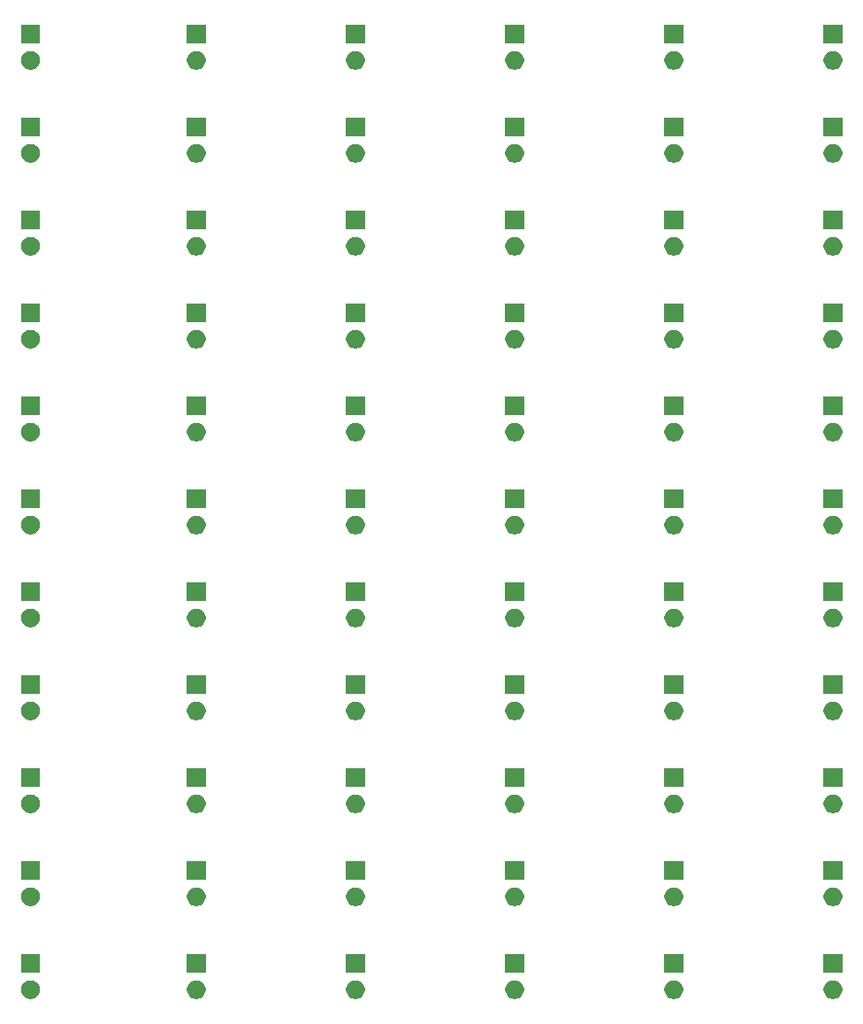
<source format=gbr>
G04 #@! TF.GenerationSoftware,KiCad,Pcbnew,(5.1.5-rc2)*
G04 #@! TF.CreationDate,2020-01-23T18:41:28+08:00*
G04 #@! TF.ProjectId,Untitled,556e7469-746c-4656-942e-6b696361645f,rev?*
G04 #@! TF.SameCoordinates,Original*
G04 #@! TF.FileFunction,Soldermask,Bot*
G04 #@! TF.FilePolarity,Negative*
%FSLAX46Y46*%
G04 Gerber Fmt 4.6, Leading zero omitted, Abs format (unit mm)*
G04 Created by KiCad (PCBNEW (5.1.5-rc2)) date 2020-01-23 18:41:28*
%MOMM*%
%LPD*%
G04 APERTURE LIST*
%ADD10C,0.100000*%
G04 APERTURE END LIST*
D10*
G36*
X185152512Y-149217927D02*
G01*
X185301812Y-149247624D01*
X185465784Y-149315544D01*
X185613354Y-149414147D01*
X185738853Y-149539646D01*
X185837456Y-149687216D01*
X185905376Y-149851188D01*
X185940000Y-150025259D01*
X185940000Y-150202741D01*
X185905376Y-150376812D01*
X185837456Y-150540784D01*
X185738853Y-150688354D01*
X185613354Y-150813853D01*
X185465784Y-150912456D01*
X185301812Y-150980376D01*
X185152512Y-151010073D01*
X185127742Y-151015000D01*
X184950258Y-151015000D01*
X184925488Y-151010073D01*
X184776188Y-150980376D01*
X184612216Y-150912456D01*
X184464646Y-150813853D01*
X184339147Y-150688354D01*
X184240544Y-150540784D01*
X184172624Y-150376812D01*
X184138000Y-150202741D01*
X184138000Y-150025259D01*
X184172624Y-149851188D01*
X184240544Y-149687216D01*
X184339147Y-149539646D01*
X184464646Y-149414147D01*
X184612216Y-149315544D01*
X184776188Y-149247624D01*
X184925488Y-149217927D01*
X184950258Y-149213000D01*
X185127742Y-149213000D01*
X185152512Y-149217927D01*
G37*
G36*
X169912512Y-149217927D02*
G01*
X170061812Y-149247624D01*
X170225784Y-149315544D01*
X170373354Y-149414147D01*
X170498853Y-149539646D01*
X170597456Y-149687216D01*
X170665376Y-149851188D01*
X170700000Y-150025259D01*
X170700000Y-150202741D01*
X170665376Y-150376812D01*
X170597456Y-150540784D01*
X170498853Y-150688354D01*
X170373354Y-150813853D01*
X170225784Y-150912456D01*
X170061812Y-150980376D01*
X169912512Y-151010073D01*
X169887742Y-151015000D01*
X169710258Y-151015000D01*
X169685488Y-151010073D01*
X169536188Y-150980376D01*
X169372216Y-150912456D01*
X169224646Y-150813853D01*
X169099147Y-150688354D01*
X169000544Y-150540784D01*
X168932624Y-150376812D01*
X168898000Y-150202741D01*
X168898000Y-150025259D01*
X168932624Y-149851188D01*
X169000544Y-149687216D01*
X169099147Y-149539646D01*
X169224646Y-149414147D01*
X169372216Y-149315544D01*
X169536188Y-149247624D01*
X169685488Y-149217927D01*
X169710258Y-149213000D01*
X169887742Y-149213000D01*
X169912512Y-149217927D01*
G37*
G36*
X154672512Y-149217927D02*
G01*
X154821812Y-149247624D01*
X154985784Y-149315544D01*
X155133354Y-149414147D01*
X155258853Y-149539646D01*
X155357456Y-149687216D01*
X155425376Y-149851188D01*
X155460000Y-150025259D01*
X155460000Y-150202741D01*
X155425376Y-150376812D01*
X155357456Y-150540784D01*
X155258853Y-150688354D01*
X155133354Y-150813853D01*
X154985784Y-150912456D01*
X154821812Y-150980376D01*
X154672512Y-151010073D01*
X154647742Y-151015000D01*
X154470258Y-151015000D01*
X154445488Y-151010073D01*
X154296188Y-150980376D01*
X154132216Y-150912456D01*
X153984646Y-150813853D01*
X153859147Y-150688354D01*
X153760544Y-150540784D01*
X153692624Y-150376812D01*
X153658000Y-150202741D01*
X153658000Y-150025259D01*
X153692624Y-149851188D01*
X153760544Y-149687216D01*
X153859147Y-149539646D01*
X153984646Y-149414147D01*
X154132216Y-149315544D01*
X154296188Y-149247624D01*
X154445488Y-149217927D01*
X154470258Y-149213000D01*
X154647742Y-149213000D01*
X154672512Y-149217927D01*
G37*
G36*
X139432512Y-149217927D02*
G01*
X139581812Y-149247624D01*
X139745784Y-149315544D01*
X139893354Y-149414147D01*
X140018853Y-149539646D01*
X140117456Y-149687216D01*
X140185376Y-149851188D01*
X140220000Y-150025259D01*
X140220000Y-150202741D01*
X140185376Y-150376812D01*
X140117456Y-150540784D01*
X140018853Y-150688354D01*
X139893354Y-150813853D01*
X139745784Y-150912456D01*
X139581812Y-150980376D01*
X139432512Y-151010073D01*
X139407742Y-151015000D01*
X139230258Y-151015000D01*
X139205488Y-151010073D01*
X139056188Y-150980376D01*
X138892216Y-150912456D01*
X138744646Y-150813853D01*
X138619147Y-150688354D01*
X138520544Y-150540784D01*
X138452624Y-150376812D01*
X138418000Y-150202741D01*
X138418000Y-150025259D01*
X138452624Y-149851188D01*
X138520544Y-149687216D01*
X138619147Y-149539646D01*
X138744646Y-149414147D01*
X138892216Y-149315544D01*
X139056188Y-149247624D01*
X139205488Y-149217927D01*
X139230258Y-149213000D01*
X139407742Y-149213000D01*
X139432512Y-149217927D01*
G37*
G36*
X124192512Y-149217927D02*
G01*
X124341812Y-149247624D01*
X124505784Y-149315544D01*
X124653354Y-149414147D01*
X124778853Y-149539646D01*
X124877456Y-149687216D01*
X124945376Y-149851188D01*
X124980000Y-150025259D01*
X124980000Y-150202741D01*
X124945376Y-150376812D01*
X124877456Y-150540784D01*
X124778853Y-150688354D01*
X124653354Y-150813853D01*
X124505784Y-150912456D01*
X124341812Y-150980376D01*
X124192512Y-151010073D01*
X124167742Y-151015000D01*
X123990258Y-151015000D01*
X123965488Y-151010073D01*
X123816188Y-150980376D01*
X123652216Y-150912456D01*
X123504646Y-150813853D01*
X123379147Y-150688354D01*
X123280544Y-150540784D01*
X123212624Y-150376812D01*
X123178000Y-150202741D01*
X123178000Y-150025259D01*
X123212624Y-149851188D01*
X123280544Y-149687216D01*
X123379147Y-149539646D01*
X123504646Y-149414147D01*
X123652216Y-149315544D01*
X123816188Y-149247624D01*
X123965488Y-149217927D01*
X123990258Y-149213000D01*
X124167742Y-149213000D01*
X124192512Y-149217927D01*
G37*
G36*
X108317512Y-149217927D02*
G01*
X108466812Y-149247624D01*
X108630784Y-149315544D01*
X108778354Y-149414147D01*
X108903853Y-149539646D01*
X109002456Y-149687216D01*
X109070376Y-149851188D01*
X109105000Y-150025259D01*
X109105000Y-150202741D01*
X109070376Y-150376812D01*
X109002456Y-150540784D01*
X108903853Y-150688354D01*
X108778354Y-150813853D01*
X108630784Y-150912456D01*
X108466812Y-150980376D01*
X108317512Y-151010073D01*
X108292742Y-151015000D01*
X108115258Y-151015000D01*
X108090488Y-151010073D01*
X107941188Y-150980376D01*
X107777216Y-150912456D01*
X107629646Y-150813853D01*
X107504147Y-150688354D01*
X107405544Y-150540784D01*
X107337624Y-150376812D01*
X107303000Y-150202741D01*
X107303000Y-150025259D01*
X107337624Y-149851188D01*
X107405544Y-149687216D01*
X107504147Y-149539646D01*
X107629646Y-149414147D01*
X107777216Y-149315544D01*
X107941188Y-149247624D01*
X108090488Y-149217927D01*
X108115258Y-149213000D01*
X108292742Y-149213000D01*
X108317512Y-149217927D01*
G37*
G36*
X170700000Y-148475000D02*
G01*
X168898000Y-148475000D01*
X168898000Y-146673000D01*
X170700000Y-146673000D01*
X170700000Y-148475000D01*
G37*
G36*
X124980000Y-148475000D02*
G01*
X123178000Y-148475000D01*
X123178000Y-146673000D01*
X124980000Y-146673000D01*
X124980000Y-148475000D01*
G37*
G36*
X185940000Y-148475000D02*
G01*
X184138000Y-148475000D01*
X184138000Y-146673000D01*
X185940000Y-146673000D01*
X185940000Y-148475000D01*
G37*
G36*
X140220000Y-148475000D02*
G01*
X138418000Y-148475000D01*
X138418000Y-146673000D01*
X140220000Y-146673000D01*
X140220000Y-148475000D01*
G37*
G36*
X155460000Y-148475000D02*
G01*
X153658000Y-148475000D01*
X153658000Y-146673000D01*
X155460000Y-146673000D01*
X155460000Y-148475000D01*
G37*
G36*
X109105000Y-148475000D02*
G01*
X107303000Y-148475000D01*
X107303000Y-146673000D01*
X109105000Y-146673000D01*
X109105000Y-148475000D01*
G37*
G36*
X185152512Y-140327927D02*
G01*
X185301812Y-140357624D01*
X185465784Y-140425544D01*
X185613354Y-140524147D01*
X185738853Y-140649646D01*
X185837456Y-140797216D01*
X185905376Y-140961188D01*
X185940000Y-141135259D01*
X185940000Y-141312741D01*
X185905376Y-141486812D01*
X185837456Y-141650784D01*
X185738853Y-141798354D01*
X185613354Y-141923853D01*
X185465784Y-142022456D01*
X185301812Y-142090376D01*
X185152512Y-142120073D01*
X185127742Y-142125000D01*
X184950258Y-142125000D01*
X184925488Y-142120073D01*
X184776188Y-142090376D01*
X184612216Y-142022456D01*
X184464646Y-141923853D01*
X184339147Y-141798354D01*
X184240544Y-141650784D01*
X184172624Y-141486812D01*
X184138000Y-141312741D01*
X184138000Y-141135259D01*
X184172624Y-140961188D01*
X184240544Y-140797216D01*
X184339147Y-140649646D01*
X184464646Y-140524147D01*
X184612216Y-140425544D01*
X184776188Y-140357624D01*
X184925488Y-140327927D01*
X184950258Y-140323000D01*
X185127742Y-140323000D01*
X185152512Y-140327927D01*
G37*
G36*
X169912512Y-140327927D02*
G01*
X170061812Y-140357624D01*
X170225784Y-140425544D01*
X170373354Y-140524147D01*
X170498853Y-140649646D01*
X170597456Y-140797216D01*
X170665376Y-140961188D01*
X170700000Y-141135259D01*
X170700000Y-141312741D01*
X170665376Y-141486812D01*
X170597456Y-141650784D01*
X170498853Y-141798354D01*
X170373354Y-141923853D01*
X170225784Y-142022456D01*
X170061812Y-142090376D01*
X169912512Y-142120073D01*
X169887742Y-142125000D01*
X169710258Y-142125000D01*
X169685488Y-142120073D01*
X169536188Y-142090376D01*
X169372216Y-142022456D01*
X169224646Y-141923853D01*
X169099147Y-141798354D01*
X169000544Y-141650784D01*
X168932624Y-141486812D01*
X168898000Y-141312741D01*
X168898000Y-141135259D01*
X168932624Y-140961188D01*
X169000544Y-140797216D01*
X169099147Y-140649646D01*
X169224646Y-140524147D01*
X169372216Y-140425544D01*
X169536188Y-140357624D01*
X169685488Y-140327927D01*
X169710258Y-140323000D01*
X169887742Y-140323000D01*
X169912512Y-140327927D01*
G37*
G36*
X154672512Y-140327927D02*
G01*
X154821812Y-140357624D01*
X154985784Y-140425544D01*
X155133354Y-140524147D01*
X155258853Y-140649646D01*
X155357456Y-140797216D01*
X155425376Y-140961188D01*
X155460000Y-141135259D01*
X155460000Y-141312741D01*
X155425376Y-141486812D01*
X155357456Y-141650784D01*
X155258853Y-141798354D01*
X155133354Y-141923853D01*
X154985784Y-142022456D01*
X154821812Y-142090376D01*
X154672512Y-142120073D01*
X154647742Y-142125000D01*
X154470258Y-142125000D01*
X154445488Y-142120073D01*
X154296188Y-142090376D01*
X154132216Y-142022456D01*
X153984646Y-141923853D01*
X153859147Y-141798354D01*
X153760544Y-141650784D01*
X153692624Y-141486812D01*
X153658000Y-141312741D01*
X153658000Y-141135259D01*
X153692624Y-140961188D01*
X153760544Y-140797216D01*
X153859147Y-140649646D01*
X153984646Y-140524147D01*
X154132216Y-140425544D01*
X154296188Y-140357624D01*
X154445488Y-140327927D01*
X154470258Y-140323000D01*
X154647742Y-140323000D01*
X154672512Y-140327927D01*
G37*
G36*
X108317512Y-140327927D02*
G01*
X108466812Y-140357624D01*
X108630784Y-140425544D01*
X108778354Y-140524147D01*
X108903853Y-140649646D01*
X109002456Y-140797216D01*
X109070376Y-140961188D01*
X109105000Y-141135259D01*
X109105000Y-141312741D01*
X109070376Y-141486812D01*
X109002456Y-141650784D01*
X108903853Y-141798354D01*
X108778354Y-141923853D01*
X108630784Y-142022456D01*
X108466812Y-142090376D01*
X108317512Y-142120073D01*
X108292742Y-142125000D01*
X108115258Y-142125000D01*
X108090488Y-142120073D01*
X107941188Y-142090376D01*
X107777216Y-142022456D01*
X107629646Y-141923853D01*
X107504147Y-141798354D01*
X107405544Y-141650784D01*
X107337624Y-141486812D01*
X107303000Y-141312741D01*
X107303000Y-141135259D01*
X107337624Y-140961188D01*
X107405544Y-140797216D01*
X107504147Y-140649646D01*
X107629646Y-140524147D01*
X107777216Y-140425544D01*
X107941188Y-140357624D01*
X108090488Y-140327927D01*
X108115258Y-140323000D01*
X108292742Y-140323000D01*
X108317512Y-140327927D01*
G37*
G36*
X124192512Y-140327927D02*
G01*
X124341812Y-140357624D01*
X124505784Y-140425544D01*
X124653354Y-140524147D01*
X124778853Y-140649646D01*
X124877456Y-140797216D01*
X124945376Y-140961188D01*
X124980000Y-141135259D01*
X124980000Y-141312741D01*
X124945376Y-141486812D01*
X124877456Y-141650784D01*
X124778853Y-141798354D01*
X124653354Y-141923853D01*
X124505784Y-142022456D01*
X124341812Y-142090376D01*
X124192512Y-142120073D01*
X124167742Y-142125000D01*
X123990258Y-142125000D01*
X123965488Y-142120073D01*
X123816188Y-142090376D01*
X123652216Y-142022456D01*
X123504646Y-141923853D01*
X123379147Y-141798354D01*
X123280544Y-141650784D01*
X123212624Y-141486812D01*
X123178000Y-141312741D01*
X123178000Y-141135259D01*
X123212624Y-140961188D01*
X123280544Y-140797216D01*
X123379147Y-140649646D01*
X123504646Y-140524147D01*
X123652216Y-140425544D01*
X123816188Y-140357624D01*
X123965488Y-140327927D01*
X123990258Y-140323000D01*
X124167742Y-140323000D01*
X124192512Y-140327927D01*
G37*
G36*
X139432512Y-140327927D02*
G01*
X139581812Y-140357624D01*
X139745784Y-140425544D01*
X139893354Y-140524147D01*
X140018853Y-140649646D01*
X140117456Y-140797216D01*
X140185376Y-140961188D01*
X140220000Y-141135259D01*
X140220000Y-141312741D01*
X140185376Y-141486812D01*
X140117456Y-141650784D01*
X140018853Y-141798354D01*
X139893354Y-141923853D01*
X139745784Y-142022456D01*
X139581812Y-142090376D01*
X139432512Y-142120073D01*
X139407742Y-142125000D01*
X139230258Y-142125000D01*
X139205488Y-142120073D01*
X139056188Y-142090376D01*
X138892216Y-142022456D01*
X138744646Y-141923853D01*
X138619147Y-141798354D01*
X138520544Y-141650784D01*
X138452624Y-141486812D01*
X138418000Y-141312741D01*
X138418000Y-141135259D01*
X138452624Y-140961188D01*
X138520544Y-140797216D01*
X138619147Y-140649646D01*
X138744646Y-140524147D01*
X138892216Y-140425544D01*
X139056188Y-140357624D01*
X139205488Y-140327927D01*
X139230258Y-140323000D01*
X139407742Y-140323000D01*
X139432512Y-140327927D01*
G37*
G36*
X124980000Y-139585000D02*
G01*
X123178000Y-139585000D01*
X123178000Y-137783000D01*
X124980000Y-137783000D01*
X124980000Y-139585000D01*
G37*
G36*
X140220000Y-139585000D02*
G01*
X138418000Y-139585000D01*
X138418000Y-137783000D01*
X140220000Y-137783000D01*
X140220000Y-139585000D01*
G37*
G36*
X170700000Y-139585000D02*
G01*
X168898000Y-139585000D01*
X168898000Y-137783000D01*
X170700000Y-137783000D01*
X170700000Y-139585000D01*
G37*
G36*
X109105000Y-139585000D02*
G01*
X107303000Y-139585000D01*
X107303000Y-137783000D01*
X109105000Y-137783000D01*
X109105000Y-139585000D01*
G37*
G36*
X155460000Y-139585000D02*
G01*
X153658000Y-139585000D01*
X153658000Y-137783000D01*
X155460000Y-137783000D01*
X155460000Y-139585000D01*
G37*
G36*
X185940000Y-139585000D02*
G01*
X184138000Y-139585000D01*
X184138000Y-137783000D01*
X185940000Y-137783000D01*
X185940000Y-139585000D01*
G37*
G36*
X108317512Y-131437927D02*
G01*
X108466812Y-131467624D01*
X108630784Y-131535544D01*
X108778354Y-131634147D01*
X108903853Y-131759646D01*
X109002456Y-131907216D01*
X109070376Y-132071188D01*
X109105000Y-132245259D01*
X109105000Y-132422741D01*
X109070376Y-132596812D01*
X109002456Y-132760784D01*
X108903853Y-132908354D01*
X108778354Y-133033853D01*
X108630784Y-133132456D01*
X108466812Y-133200376D01*
X108317512Y-133230073D01*
X108292742Y-133235000D01*
X108115258Y-133235000D01*
X108090488Y-133230073D01*
X107941188Y-133200376D01*
X107777216Y-133132456D01*
X107629646Y-133033853D01*
X107504147Y-132908354D01*
X107405544Y-132760784D01*
X107337624Y-132596812D01*
X107303000Y-132422741D01*
X107303000Y-132245259D01*
X107337624Y-132071188D01*
X107405544Y-131907216D01*
X107504147Y-131759646D01*
X107629646Y-131634147D01*
X107777216Y-131535544D01*
X107941188Y-131467624D01*
X108090488Y-131437927D01*
X108115258Y-131433000D01*
X108292742Y-131433000D01*
X108317512Y-131437927D01*
G37*
G36*
X185152512Y-131437927D02*
G01*
X185301812Y-131467624D01*
X185465784Y-131535544D01*
X185613354Y-131634147D01*
X185738853Y-131759646D01*
X185837456Y-131907216D01*
X185905376Y-132071188D01*
X185940000Y-132245259D01*
X185940000Y-132422741D01*
X185905376Y-132596812D01*
X185837456Y-132760784D01*
X185738853Y-132908354D01*
X185613354Y-133033853D01*
X185465784Y-133132456D01*
X185301812Y-133200376D01*
X185152512Y-133230073D01*
X185127742Y-133235000D01*
X184950258Y-133235000D01*
X184925488Y-133230073D01*
X184776188Y-133200376D01*
X184612216Y-133132456D01*
X184464646Y-133033853D01*
X184339147Y-132908354D01*
X184240544Y-132760784D01*
X184172624Y-132596812D01*
X184138000Y-132422741D01*
X184138000Y-132245259D01*
X184172624Y-132071188D01*
X184240544Y-131907216D01*
X184339147Y-131759646D01*
X184464646Y-131634147D01*
X184612216Y-131535544D01*
X184776188Y-131467624D01*
X184925488Y-131437927D01*
X184950258Y-131433000D01*
X185127742Y-131433000D01*
X185152512Y-131437927D01*
G37*
G36*
X139432512Y-131437927D02*
G01*
X139581812Y-131467624D01*
X139745784Y-131535544D01*
X139893354Y-131634147D01*
X140018853Y-131759646D01*
X140117456Y-131907216D01*
X140185376Y-132071188D01*
X140220000Y-132245259D01*
X140220000Y-132422741D01*
X140185376Y-132596812D01*
X140117456Y-132760784D01*
X140018853Y-132908354D01*
X139893354Y-133033853D01*
X139745784Y-133132456D01*
X139581812Y-133200376D01*
X139432512Y-133230073D01*
X139407742Y-133235000D01*
X139230258Y-133235000D01*
X139205488Y-133230073D01*
X139056188Y-133200376D01*
X138892216Y-133132456D01*
X138744646Y-133033853D01*
X138619147Y-132908354D01*
X138520544Y-132760784D01*
X138452624Y-132596812D01*
X138418000Y-132422741D01*
X138418000Y-132245259D01*
X138452624Y-132071188D01*
X138520544Y-131907216D01*
X138619147Y-131759646D01*
X138744646Y-131634147D01*
X138892216Y-131535544D01*
X139056188Y-131467624D01*
X139205488Y-131437927D01*
X139230258Y-131433000D01*
X139407742Y-131433000D01*
X139432512Y-131437927D01*
G37*
G36*
X169912512Y-131437927D02*
G01*
X170061812Y-131467624D01*
X170225784Y-131535544D01*
X170373354Y-131634147D01*
X170498853Y-131759646D01*
X170597456Y-131907216D01*
X170665376Y-132071188D01*
X170700000Y-132245259D01*
X170700000Y-132422741D01*
X170665376Y-132596812D01*
X170597456Y-132760784D01*
X170498853Y-132908354D01*
X170373354Y-133033853D01*
X170225784Y-133132456D01*
X170061812Y-133200376D01*
X169912512Y-133230073D01*
X169887742Y-133235000D01*
X169710258Y-133235000D01*
X169685488Y-133230073D01*
X169536188Y-133200376D01*
X169372216Y-133132456D01*
X169224646Y-133033853D01*
X169099147Y-132908354D01*
X169000544Y-132760784D01*
X168932624Y-132596812D01*
X168898000Y-132422741D01*
X168898000Y-132245259D01*
X168932624Y-132071188D01*
X169000544Y-131907216D01*
X169099147Y-131759646D01*
X169224646Y-131634147D01*
X169372216Y-131535544D01*
X169536188Y-131467624D01*
X169685488Y-131437927D01*
X169710258Y-131433000D01*
X169887742Y-131433000D01*
X169912512Y-131437927D01*
G37*
G36*
X124192512Y-131437927D02*
G01*
X124341812Y-131467624D01*
X124505784Y-131535544D01*
X124653354Y-131634147D01*
X124778853Y-131759646D01*
X124877456Y-131907216D01*
X124945376Y-132071188D01*
X124980000Y-132245259D01*
X124980000Y-132422741D01*
X124945376Y-132596812D01*
X124877456Y-132760784D01*
X124778853Y-132908354D01*
X124653354Y-133033853D01*
X124505784Y-133132456D01*
X124341812Y-133200376D01*
X124192512Y-133230073D01*
X124167742Y-133235000D01*
X123990258Y-133235000D01*
X123965488Y-133230073D01*
X123816188Y-133200376D01*
X123652216Y-133132456D01*
X123504646Y-133033853D01*
X123379147Y-132908354D01*
X123280544Y-132760784D01*
X123212624Y-132596812D01*
X123178000Y-132422741D01*
X123178000Y-132245259D01*
X123212624Y-132071188D01*
X123280544Y-131907216D01*
X123379147Y-131759646D01*
X123504646Y-131634147D01*
X123652216Y-131535544D01*
X123816188Y-131467624D01*
X123965488Y-131437927D01*
X123990258Y-131433000D01*
X124167742Y-131433000D01*
X124192512Y-131437927D01*
G37*
G36*
X154672512Y-131437927D02*
G01*
X154821812Y-131467624D01*
X154985784Y-131535544D01*
X155133354Y-131634147D01*
X155258853Y-131759646D01*
X155357456Y-131907216D01*
X155425376Y-132071188D01*
X155460000Y-132245259D01*
X155460000Y-132422741D01*
X155425376Y-132596812D01*
X155357456Y-132760784D01*
X155258853Y-132908354D01*
X155133354Y-133033853D01*
X154985784Y-133132456D01*
X154821812Y-133200376D01*
X154672512Y-133230073D01*
X154647742Y-133235000D01*
X154470258Y-133235000D01*
X154445488Y-133230073D01*
X154296188Y-133200376D01*
X154132216Y-133132456D01*
X153984646Y-133033853D01*
X153859147Y-132908354D01*
X153760544Y-132760784D01*
X153692624Y-132596812D01*
X153658000Y-132422741D01*
X153658000Y-132245259D01*
X153692624Y-132071188D01*
X153760544Y-131907216D01*
X153859147Y-131759646D01*
X153984646Y-131634147D01*
X154132216Y-131535544D01*
X154296188Y-131467624D01*
X154445488Y-131437927D01*
X154470258Y-131433000D01*
X154647742Y-131433000D01*
X154672512Y-131437927D01*
G37*
G36*
X155460000Y-130695000D02*
G01*
X153658000Y-130695000D01*
X153658000Y-128893000D01*
X155460000Y-128893000D01*
X155460000Y-130695000D01*
G37*
G36*
X109105000Y-130695000D02*
G01*
X107303000Y-130695000D01*
X107303000Y-128893000D01*
X109105000Y-128893000D01*
X109105000Y-130695000D01*
G37*
G36*
X124980000Y-130695000D02*
G01*
X123178000Y-130695000D01*
X123178000Y-128893000D01*
X124980000Y-128893000D01*
X124980000Y-130695000D01*
G37*
G36*
X140220000Y-130695000D02*
G01*
X138418000Y-130695000D01*
X138418000Y-128893000D01*
X140220000Y-128893000D01*
X140220000Y-130695000D01*
G37*
G36*
X170700000Y-130695000D02*
G01*
X168898000Y-130695000D01*
X168898000Y-128893000D01*
X170700000Y-128893000D01*
X170700000Y-130695000D01*
G37*
G36*
X185940000Y-130695000D02*
G01*
X184138000Y-130695000D01*
X184138000Y-128893000D01*
X185940000Y-128893000D01*
X185940000Y-130695000D01*
G37*
G36*
X169912512Y-122547927D02*
G01*
X170061812Y-122577624D01*
X170225784Y-122645544D01*
X170373354Y-122744147D01*
X170498853Y-122869646D01*
X170597456Y-123017216D01*
X170665376Y-123181188D01*
X170700000Y-123355259D01*
X170700000Y-123532741D01*
X170665376Y-123706812D01*
X170597456Y-123870784D01*
X170498853Y-124018354D01*
X170373354Y-124143853D01*
X170225784Y-124242456D01*
X170061812Y-124310376D01*
X169912512Y-124340073D01*
X169887742Y-124345000D01*
X169710258Y-124345000D01*
X169685488Y-124340073D01*
X169536188Y-124310376D01*
X169372216Y-124242456D01*
X169224646Y-124143853D01*
X169099147Y-124018354D01*
X169000544Y-123870784D01*
X168932624Y-123706812D01*
X168898000Y-123532741D01*
X168898000Y-123355259D01*
X168932624Y-123181188D01*
X169000544Y-123017216D01*
X169099147Y-122869646D01*
X169224646Y-122744147D01*
X169372216Y-122645544D01*
X169536188Y-122577624D01*
X169685488Y-122547927D01*
X169710258Y-122543000D01*
X169887742Y-122543000D01*
X169912512Y-122547927D01*
G37*
G36*
X185152512Y-122547927D02*
G01*
X185301812Y-122577624D01*
X185465784Y-122645544D01*
X185613354Y-122744147D01*
X185738853Y-122869646D01*
X185837456Y-123017216D01*
X185905376Y-123181188D01*
X185940000Y-123355259D01*
X185940000Y-123532741D01*
X185905376Y-123706812D01*
X185837456Y-123870784D01*
X185738853Y-124018354D01*
X185613354Y-124143853D01*
X185465784Y-124242456D01*
X185301812Y-124310376D01*
X185152512Y-124340073D01*
X185127742Y-124345000D01*
X184950258Y-124345000D01*
X184925488Y-124340073D01*
X184776188Y-124310376D01*
X184612216Y-124242456D01*
X184464646Y-124143853D01*
X184339147Y-124018354D01*
X184240544Y-123870784D01*
X184172624Y-123706812D01*
X184138000Y-123532741D01*
X184138000Y-123355259D01*
X184172624Y-123181188D01*
X184240544Y-123017216D01*
X184339147Y-122869646D01*
X184464646Y-122744147D01*
X184612216Y-122645544D01*
X184776188Y-122577624D01*
X184925488Y-122547927D01*
X184950258Y-122543000D01*
X185127742Y-122543000D01*
X185152512Y-122547927D01*
G37*
G36*
X154672512Y-122547927D02*
G01*
X154821812Y-122577624D01*
X154985784Y-122645544D01*
X155133354Y-122744147D01*
X155258853Y-122869646D01*
X155357456Y-123017216D01*
X155425376Y-123181188D01*
X155460000Y-123355259D01*
X155460000Y-123532741D01*
X155425376Y-123706812D01*
X155357456Y-123870784D01*
X155258853Y-124018354D01*
X155133354Y-124143853D01*
X154985784Y-124242456D01*
X154821812Y-124310376D01*
X154672512Y-124340073D01*
X154647742Y-124345000D01*
X154470258Y-124345000D01*
X154445488Y-124340073D01*
X154296188Y-124310376D01*
X154132216Y-124242456D01*
X153984646Y-124143853D01*
X153859147Y-124018354D01*
X153760544Y-123870784D01*
X153692624Y-123706812D01*
X153658000Y-123532741D01*
X153658000Y-123355259D01*
X153692624Y-123181188D01*
X153760544Y-123017216D01*
X153859147Y-122869646D01*
X153984646Y-122744147D01*
X154132216Y-122645544D01*
X154296188Y-122577624D01*
X154445488Y-122547927D01*
X154470258Y-122543000D01*
X154647742Y-122543000D01*
X154672512Y-122547927D01*
G37*
G36*
X139432512Y-122547927D02*
G01*
X139581812Y-122577624D01*
X139745784Y-122645544D01*
X139893354Y-122744147D01*
X140018853Y-122869646D01*
X140117456Y-123017216D01*
X140185376Y-123181188D01*
X140220000Y-123355259D01*
X140220000Y-123532741D01*
X140185376Y-123706812D01*
X140117456Y-123870784D01*
X140018853Y-124018354D01*
X139893354Y-124143853D01*
X139745784Y-124242456D01*
X139581812Y-124310376D01*
X139432512Y-124340073D01*
X139407742Y-124345000D01*
X139230258Y-124345000D01*
X139205488Y-124340073D01*
X139056188Y-124310376D01*
X138892216Y-124242456D01*
X138744646Y-124143853D01*
X138619147Y-124018354D01*
X138520544Y-123870784D01*
X138452624Y-123706812D01*
X138418000Y-123532741D01*
X138418000Y-123355259D01*
X138452624Y-123181188D01*
X138520544Y-123017216D01*
X138619147Y-122869646D01*
X138744646Y-122744147D01*
X138892216Y-122645544D01*
X139056188Y-122577624D01*
X139205488Y-122547927D01*
X139230258Y-122543000D01*
X139407742Y-122543000D01*
X139432512Y-122547927D01*
G37*
G36*
X124192512Y-122547927D02*
G01*
X124341812Y-122577624D01*
X124505784Y-122645544D01*
X124653354Y-122744147D01*
X124778853Y-122869646D01*
X124877456Y-123017216D01*
X124945376Y-123181188D01*
X124980000Y-123355259D01*
X124980000Y-123532741D01*
X124945376Y-123706812D01*
X124877456Y-123870784D01*
X124778853Y-124018354D01*
X124653354Y-124143853D01*
X124505784Y-124242456D01*
X124341812Y-124310376D01*
X124192512Y-124340073D01*
X124167742Y-124345000D01*
X123990258Y-124345000D01*
X123965488Y-124340073D01*
X123816188Y-124310376D01*
X123652216Y-124242456D01*
X123504646Y-124143853D01*
X123379147Y-124018354D01*
X123280544Y-123870784D01*
X123212624Y-123706812D01*
X123178000Y-123532741D01*
X123178000Y-123355259D01*
X123212624Y-123181188D01*
X123280544Y-123017216D01*
X123379147Y-122869646D01*
X123504646Y-122744147D01*
X123652216Y-122645544D01*
X123816188Y-122577624D01*
X123965488Y-122547927D01*
X123990258Y-122543000D01*
X124167742Y-122543000D01*
X124192512Y-122547927D01*
G37*
G36*
X108317512Y-122547927D02*
G01*
X108466812Y-122577624D01*
X108630784Y-122645544D01*
X108778354Y-122744147D01*
X108903853Y-122869646D01*
X109002456Y-123017216D01*
X109070376Y-123181188D01*
X109105000Y-123355259D01*
X109105000Y-123532741D01*
X109070376Y-123706812D01*
X109002456Y-123870784D01*
X108903853Y-124018354D01*
X108778354Y-124143853D01*
X108630784Y-124242456D01*
X108466812Y-124310376D01*
X108317512Y-124340073D01*
X108292742Y-124345000D01*
X108115258Y-124345000D01*
X108090488Y-124340073D01*
X107941188Y-124310376D01*
X107777216Y-124242456D01*
X107629646Y-124143853D01*
X107504147Y-124018354D01*
X107405544Y-123870784D01*
X107337624Y-123706812D01*
X107303000Y-123532741D01*
X107303000Y-123355259D01*
X107337624Y-123181188D01*
X107405544Y-123017216D01*
X107504147Y-122869646D01*
X107629646Y-122744147D01*
X107777216Y-122645544D01*
X107941188Y-122577624D01*
X108090488Y-122547927D01*
X108115258Y-122543000D01*
X108292742Y-122543000D01*
X108317512Y-122547927D01*
G37*
G36*
X124980000Y-121805000D02*
G01*
X123178000Y-121805000D01*
X123178000Y-120003000D01*
X124980000Y-120003000D01*
X124980000Y-121805000D01*
G37*
G36*
X185940000Y-121805000D02*
G01*
X184138000Y-121805000D01*
X184138000Y-120003000D01*
X185940000Y-120003000D01*
X185940000Y-121805000D01*
G37*
G36*
X109105000Y-121805000D02*
G01*
X107303000Y-121805000D01*
X107303000Y-120003000D01*
X109105000Y-120003000D01*
X109105000Y-121805000D01*
G37*
G36*
X155460000Y-121805000D02*
G01*
X153658000Y-121805000D01*
X153658000Y-120003000D01*
X155460000Y-120003000D01*
X155460000Y-121805000D01*
G37*
G36*
X170700000Y-121805000D02*
G01*
X168898000Y-121805000D01*
X168898000Y-120003000D01*
X170700000Y-120003000D01*
X170700000Y-121805000D01*
G37*
G36*
X140220000Y-121805000D02*
G01*
X138418000Y-121805000D01*
X138418000Y-120003000D01*
X140220000Y-120003000D01*
X140220000Y-121805000D01*
G37*
G36*
X108317512Y-113657927D02*
G01*
X108466812Y-113687624D01*
X108630784Y-113755544D01*
X108778354Y-113854147D01*
X108903853Y-113979646D01*
X109002456Y-114127216D01*
X109070376Y-114291188D01*
X109105000Y-114465259D01*
X109105000Y-114642741D01*
X109070376Y-114816812D01*
X109002456Y-114980784D01*
X108903853Y-115128354D01*
X108778354Y-115253853D01*
X108630784Y-115352456D01*
X108466812Y-115420376D01*
X108317512Y-115450073D01*
X108292742Y-115455000D01*
X108115258Y-115455000D01*
X108090488Y-115450073D01*
X107941188Y-115420376D01*
X107777216Y-115352456D01*
X107629646Y-115253853D01*
X107504147Y-115128354D01*
X107405544Y-114980784D01*
X107337624Y-114816812D01*
X107303000Y-114642741D01*
X107303000Y-114465259D01*
X107337624Y-114291188D01*
X107405544Y-114127216D01*
X107504147Y-113979646D01*
X107629646Y-113854147D01*
X107777216Y-113755544D01*
X107941188Y-113687624D01*
X108090488Y-113657927D01*
X108115258Y-113653000D01*
X108292742Y-113653000D01*
X108317512Y-113657927D01*
G37*
G36*
X185152512Y-113657927D02*
G01*
X185301812Y-113687624D01*
X185465784Y-113755544D01*
X185613354Y-113854147D01*
X185738853Y-113979646D01*
X185837456Y-114127216D01*
X185905376Y-114291188D01*
X185940000Y-114465259D01*
X185940000Y-114642741D01*
X185905376Y-114816812D01*
X185837456Y-114980784D01*
X185738853Y-115128354D01*
X185613354Y-115253853D01*
X185465784Y-115352456D01*
X185301812Y-115420376D01*
X185152512Y-115450073D01*
X185127742Y-115455000D01*
X184950258Y-115455000D01*
X184925488Y-115450073D01*
X184776188Y-115420376D01*
X184612216Y-115352456D01*
X184464646Y-115253853D01*
X184339147Y-115128354D01*
X184240544Y-114980784D01*
X184172624Y-114816812D01*
X184138000Y-114642741D01*
X184138000Y-114465259D01*
X184172624Y-114291188D01*
X184240544Y-114127216D01*
X184339147Y-113979646D01*
X184464646Y-113854147D01*
X184612216Y-113755544D01*
X184776188Y-113687624D01*
X184925488Y-113657927D01*
X184950258Y-113653000D01*
X185127742Y-113653000D01*
X185152512Y-113657927D01*
G37*
G36*
X154672512Y-113657927D02*
G01*
X154821812Y-113687624D01*
X154985784Y-113755544D01*
X155133354Y-113854147D01*
X155258853Y-113979646D01*
X155357456Y-114127216D01*
X155425376Y-114291188D01*
X155460000Y-114465259D01*
X155460000Y-114642741D01*
X155425376Y-114816812D01*
X155357456Y-114980784D01*
X155258853Y-115128354D01*
X155133354Y-115253853D01*
X154985784Y-115352456D01*
X154821812Y-115420376D01*
X154672512Y-115450073D01*
X154647742Y-115455000D01*
X154470258Y-115455000D01*
X154445488Y-115450073D01*
X154296188Y-115420376D01*
X154132216Y-115352456D01*
X153984646Y-115253853D01*
X153859147Y-115128354D01*
X153760544Y-114980784D01*
X153692624Y-114816812D01*
X153658000Y-114642741D01*
X153658000Y-114465259D01*
X153692624Y-114291188D01*
X153760544Y-114127216D01*
X153859147Y-113979646D01*
X153984646Y-113854147D01*
X154132216Y-113755544D01*
X154296188Y-113687624D01*
X154445488Y-113657927D01*
X154470258Y-113653000D01*
X154647742Y-113653000D01*
X154672512Y-113657927D01*
G37*
G36*
X124192512Y-113657927D02*
G01*
X124341812Y-113687624D01*
X124505784Y-113755544D01*
X124653354Y-113854147D01*
X124778853Y-113979646D01*
X124877456Y-114127216D01*
X124945376Y-114291188D01*
X124980000Y-114465259D01*
X124980000Y-114642741D01*
X124945376Y-114816812D01*
X124877456Y-114980784D01*
X124778853Y-115128354D01*
X124653354Y-115253853D01*
X124505784Y-115352456D01*
X124341812Y-115420376D01*
X124192512Y-115450073D01*
X124167742Y-115455000D01*
X123990258Y-115455000D01*
X123965488Y-115450073D01*
X123816188Y-115420376D01*
X123652216Y-115352456D01*
X123504646Y-115253853D01*
X123379147Y-115128354D01*
X123280544Y-114980784D01*
X123212624Y-114816812D01*
X123178000Y-114642741D01*
X123178000Y-114465259D01*
X123212624Y-114291188D01*
X123280544Y-114127216D01*
X123379147Y-113979646D01*
X123504646Y-113854147D01*
X123652216Y-113755544D01*
X123816188Y-113687624D01*
X123965488Y-113657927D01*
X123990258Y-113653000D01*
X124167742Y-113653000D01*
X124192512Y-113657927D01*
G37*
G36*
X169912512Y-113657927D02*
G01*
X170061812Y-113687624D01*
X170225784Y-113755544D01*
X170373354Y-113854147D01*
X170498853Y-113979646D01*
X170597456Y-114127216D01*
X170665376Y-114291188D01*
X170700000Y-114465259D01*
X170700000Y-114642741D01*
X170665376Y-114816812D01*
X170597456Y-114980784D01*
X170498853Y-115128354D01*
X170373354Y-115253853D01*
X170225784Y-115352456D01*
X170061812Y-115420376D01*
X169912512Y-115450073D01*
X169887742Y-115455000D01*
X169710258Y-115455000D01*
X169685488Y-115450073D01*
X169536188Y-115420376D01*
X169372216Y-115352456D01*
X169224646Y-115253853D01*
X169099147Y-115128354D01*
X169000544Y-114980784D01*
X168932624Y-114816812D01*
X168898000Y-114642741D01*
X168898000Y-114465259D01*
X168932624Y-114291188D01*
X169000544Y-114127216D01*
X169099147Y-113979646D01*
X169224646Y-113854147D01*
X169372216Y-113755544D01*
X169536188Y-113687624D01*
X169685488Y-113657927D01*
X169710258Y-113653000D01*
X169887742Y-113653000D01*
X169912512Y-113657927D01*
G37*
G36*
X139432512Y-113657927D02*
G01*
X139581812Y-113687624D01*
X139745784Y-113755544D01*
X139893354Y-113854147D01*
X140018853Y-113979646D01*
X140117456Y-114127216D01*
X140185376Y-114291188D01*
X140220000Y-114465259D01*
X140220000Y-114642741D01*
X140185376Y-114816812D01*
X140117456Y-114980784D01*
X140018853Y-115128354D01*
X139893354Y-115253853D01*
X139745784Y-115352456D01*
X139581812Y-115420376D01*
X139432512Y-115450073D01*
X139407742Y-115455000D01*
X139230258Y-115455000D01*
X139205488Y-115450073D01*
X139056188Y-115420376D01*
X138892216Y-115352456D01*
X138744646Y-115253853D01*
X138619147Y-115128354D01*
X138520544Y-114980784D01*
X138452624Y-114816812D01*
X138418000Y-114642741D01*
X138418000Y-114465259D01*
X138452624Y-114291188D01*
X138520544Y-114127216D01*
X138619147Y-113979646D01*
X138744646Y-113854147D01*
X138892216Y-113755544D01*
X139056188Y-113687624D01*
X139205488Y-113657927D01*
X139230258Y-113653000D01*
X139407742Y-113653000D01*
X139432512Y-113657927D01*
G37*
G36*
X170700000Y-112915000D02*
G01*
X168898000Y-112915000D01*
X168898000Y-111113000D01*
X170700000Y-111113000D01*
X170700000Y-112915000D01*
G37*
G36*
X140220000Y-112915000D02*
G01*
X138418000Y-112915000D01*
X138418000Y-111113000D01*
X140220000Y-111113000D01*
X140220000Y-112915000D01*
G37*
G36*
X109105000Y-112915000D02*
G01*
X107303000Y-112915000D01*
X107303000Y-111113000D01*
X109105000Y-111113000D01*
X109105000Y-112915000D01*
G37*
G36*
X185940000Y-112915000D02*
G01*
X184138000Y-112915000D01*
X184138000Y-111113000D01*
X185940000Y-111113000D01*
X185940000Y-112915000D01*
G37*
G36*
X155460000Y-112915000D02*
G01*
X153658000Y-112915000D01*
X153658000Y-111113000D01*
X155460000Y-111113000D01*
X155460000Y-112915000D01*
G37*
G36*
X124980000Y-112915000D02*
G01*
X123178000Y-112915000D01*
X123178000Y-111113000D01*
X124980000Y-111113000D01*
X124980000Y-112915000D01*
G37*
G36*
X139432512Y-104767927D02*
G01*
X139581812Y-104797624D01*
X139745784Y-104865544D01*
X139893354Y-104964147D01*
X140018853Y-105089646D01*
X140117456Y-105237216D01*
X140185376Y-105401188D01*
X140220000Y-105575259D01*
X140220000Y-105752741D01*
X140185376Y-105926812D01*
X140117456Y-106090784D01*
X140018853Y-106238354D01*
X139893354Y-106363853D01*
X139745784Y-106462456D01*
X139581812Y-106530376D01*
X139432512Y-106560073D01*
X139407742Y-106565000D01*
X139230258Y-106565000D01*
X139205488Y-106560073D01*
X139056188Y-106530376D01*
X138892216Y-106462456D01*
X138744646Y-106363853D01*
X138619147Y-106238354D01*
X138520544Y-106090784D01*
X138452624Y-105926812D01*
X138418000Y-105752741D01*
X138418000Y-105575259D01*
X138452624Y-105401188D01*
X138520544Y-105237216D01*
X138619147Y-105089646D01*
X138744646Y-104964147D01*
X138892216Y-104865544D01*
X139056188Y-104797624D01*
X139205488Y-104767927D01*
X139230258Y-104763000D01*
X139407742Y-104763000D01*
X139432512Y-104767927D01*
G37*
G36*
X185152512Y-104767927D02*
G01*
X185301812Y-104797624D01*
X185465784Y-104865544D01*
X185613354Y-104964147D01*
X185738853Y-105089646D01*
X185837456Y-105237216D01*
X185905376Y-105401188D01*
X185940000Y-105575259D01*
X185940000Y-105752741D01*
X185905376Y-105926812D01*
X185837456Y-106090784D01*
X185738853Y-106238354D01*
X185613354Y-106363853D01*
X185465784Y-106462456D01*
X185301812Y-106530376D01*
X185152512Y-106560073D01*
X185127742Y-106565000D01*
X184950258Y-106565000D01*
X184925488Y-106560073D01*
X184776188Y-106530376D01*
X184612216Y-106462456D01*
X184464646Y-106363853D01*
X184339147Y-106238354D01*
X184240544Y-106090784D01*
X184172624Y-105926812D01*
X184138000Y-105752741D01*
X184138000Y-105575259D01*
X184172624Y-105401188D01*
X184240544Y-105237216D01*
X184339147Y-105089646D01*
X184464646Y-104964147D01*
X184612216Y-104865544D01*
X184776188Y-104797624D01*
X184925488Y-104767927D01*
X184950258Y-104763000D01*
X185127742Y-104763000D01*
X185152512Y-104767927D01*
G37*
G36*
X124192512Y-104767927D02*
G01*
X124341812Y-104797624D01*
X124505784Y-104865544D01*
X124653354Y-104964147D01*
X124778853Y-105089646D01*
X124877456Y-105237216D01*
X124945376Y-105401188D01*
X124980000Y-105575259D01*
X124980000Y-105752741D01*
X124945376Y-105926812D01*
X124877456Y-106090784D01*
X124778853Y-106238354D01*
X124653354Y-106363853D01*
X124505784Y-106462456D01*
X124341812Y-106530376D01*
X124192512Y-106560073D01*
X124167742Y-106565000D01*
X123990258Y-106565000D01*
X123965488Y-106560073D01*
X123816188Y-106530376D01*
X123652216Y-106462456D01*
X123504646Y-106363853D01*
X123379147Y-106238354D01*
X123280544Y-106090784D01*
X123212624Y-105926812D01*
X123178000Y-105752741D01*
X123178000Y-105575259D01*
X123212624Y-105401188D01*
X123280544Y-105237216D01*
X123379147Y-105089646D01*
X123504646Y-104964147D01*
X123652216Y-104865544D01*
X123816188Y-104797624D01*
X123965488Y-104767927D01*
X123990258Y-104763000D01*
X124167742Y-104763000D01*
X124192512Y-104767927D01*
G37*
G36*
X108317512Y-104767927D02*
G01*
X108466812Y-104797624D01*
X108630784Y-104865544D01*
X108778354Y-104964147D01*
X108903853Y-105089646D01*
X109002456Y-105237216D01*
X109070376Y-105401188D01*
X109105000Y-105575259D01*
X109105000Y-105752741D01*
X109070376Y-105926812D01*
X109002456Y-106090784D01*
X108903853Y-106238354D01*
X108778354Y-106363853D01*
X108630784Y-106462456D01*
X108466812Y-106530376D01*
X108317512Y-106560073D01*
X108292742Y-106565000D01*
X108115258Y-106565000D01*
X108090488Y-106560073D01*
X107941188Y-106530376D01*
X107777216Y-106462456D01*
X107629646Y-106363853D01*
X107504147Y-106238354D01*
X107405544Y-106090784D01*
X107337624Y-105926812D01*
X107303000Y-105752741D01*
X107303000Y-105575259D01*
X107337624Y-105401188D01*
X107405544Y-105237216D01*
X107504147Y-105089646D01*
X107629646Y-104964147D01*
X107777216Y-104865544D01*
X107941188Y-104797624D01*
X108090488Y-104767927D01*
X108115258Y-104763000D01*
X108292742Y-104763000D01*
X108317512Y-104767927D01*
G37*
G36*
X154672512Y-104767927D02*
G01*
X154821812Y-104797624D01*
X154985784Y-104865544D01*
X155133354Y-104964147D01*
X155258853Y-105089646D01*
X155357456Y-105237216D01*
X155425376Y-105401188D01*
X155460000Y-105575259D01*
X155460000Y-105752741D01*
X155425376Y-105926812D01*
X155357456Y-106090784D01*
X155258853Y-106238354D01*
X155133354Y-106363853D01*
X154985784Y-106462456D01*
X154821812Y-106530376D01*
X154672512Y-106560073D01*
X154647742Y-106565000D01*
X154470258Y-106565000D01*
X154445488Y-106560073D01*
X154296188Y-106530376D01*
X154132216Y-106462456D01*
X153984646Y-106363853D01*
X153859147Y-106238354D01*
X153760544Y-106090784D01*
X153692624Y-105926812D01*
X153658000Y-105752741D01*
X153658000Y-105575259D01*
X153692624Y-105401188D01*
X153760544Y-105237216D01*
X153859147Y-105089646D01*
X153984646Y-104964147D01*
X154132216Y-104865544D01*
X154296188Y-104797624D01*
X154445488Y-104767927D01*
X154470258Y-104763000D01*
X154647742Y-104763000D01*
X154672512Y-104767927D01*
G37*
G36*
X169912512Y-104767927D02*
G01*
X170061812Y-104797624D01*
X170225784Y-104865544D01*
X170373354Y-104964147D01*
X170498853Y-105089646D01*
X170597456Y-105237216D01*
X170665376Y-105401188D01*
X170700000Y-105575259D01*
X170700000Y-105752741D01*
X170665376Y-105926812D01*
X170597456Y-106090784D01*
X170498853Y-106238354D01*
X170373354Y-106363853D01*
X170225784Y-106462456D01*
X170061812Y-106530376D01*
X169912512Y-106560073D01*
X169887742Y-106565000D01*
X169710258Y-106565000D01*
X169685488Y-106560073D01*
X169536188Y-106530376D01*
X169372216Y-106462456D01*
X169224646Y-106363853D01*
X169099147Y-106238354D01*
X169000544Y-106090784D01*
X168932624Y-105926812D01*
X168898000Y-105752741D01*
X168898000Y-105575259D01*
X168932624Y-105401188D01*
X169000544Y-105237216D01*
X169099147Y-105089646D01*
X169224646Y-104964147D01*
X169372216Y-104865544D01*
X169536188Y-104797624D01*
X169685488Y-104767927D01*
X169710258Y-104763000D01*
X169887742Y-104763000D01*
X169912512Y-104767927D01*
G37*
G36*
X124980000Y-104025000D02*
G01*
X123178000Y-104025000D01*
X123178000Y-102223000D01*
X124980000Y-102223000D01*
X124980000Y-104025000D01*
G37*
G36*
X170700000Y-104025000D02*
G01*
X168898000Y-104025000D01*
X168898000Y-102223000D01*
X170700000Y-102223000D01*
X170700000Y-104025000D01*
G37*
G36*
X109105000Y-104025000D02*
G01*
X107303000Y-104025000D01*
X107303000Y-102223000D01*
X109105000Y-102223000D01*
X109105000Y-104025000D01*
G37*
G36*
X185940000Y-104025000D02*
G01*
X184138000Y-104025000D01*
X184138000Y-102223000D01*
X185940000Y-102223000D01*
X185940000Y-104025000D01*
G37*
G36*
X140220000Y-104025000D02*
G01*
X138418000Y-104025000D01*
X138418000Y-102223000D01*
X140220000Y-102223000D01*
X140220000Y-104025000D01*
G37*
G36*
X155460000Y-104025000D02*
G01*
X153658000Y-104025000D01*
X153658000Y-102223000D01*
X155460000Y-102223000D01*
X155460000Y-104025000D01*
G37*
G36*
X154672512Y-95877927D02*
G01*
X154821812Y-95907624D01*
X154985784Y-95975544D01*
X155133354Y-96074147D01*
X155258853Y-96199646D01*
X155357456Y-96347216D01*
X155425376Y-96511188D01*
X155460000Y-96685259D01*
X155460000Y-96862741D01*
X155425376Y-97036812D01*
X155357456Y-97200784D01*
X155258853Y-97348354D01*
X155133354Y-97473853D01*
X154985784Y-97572456D01*
X154821812Y-97640376D01*
X154672512Y-97670073D01*
X154647742Y-97675000D01*
X154470258Y-97675000D01*
X154445488Y-97670073D01*
X154296188Y-97640376D01*
X154132216Y-97572456D01*
X153984646Y-97473853D01*
X153859147Y-97348354D01*
X153760544Y-97200784D01*
X153692624Y-97036812D01*
X153658000Y-96862741D01*
X153658000Y-96685259D01*
X153692624Y-96511188D01*
X153760544Y-96347216D01*
X153859147Y-96199646D01*
X153984646Y-96074147D01*
X154132216Y-95975544D01*
X154296188Y-95907624D01*
X154445488Y-95877927D01*
X154470258Y-95873000D01*
X154647742Y-95873000D01*
X154672512Y-95877927D01*
G37*
G36*
X108317512Y-95877927D02*
G01*
X108466812Y-95907624D01*
X108630784Y-95975544D01*
X108778354Y-96074147D01*
X108903853Y-96199646D01*
X109002456Y-96347216D01*
X109070376Y-96511188D01*
X109105000Y-96685259D01*
X109105000Y-96862741D01*
X109070376Y-97036812D01*
X109002456Y-97200784D01*
X108903853Y-97348354D01*
X108778354Y-97473853D01*
X108630784Y-97572456D01*
X108466812Y-97640376D01*
X108317512Y-97670073D01*
X108292742Y-97675000D01*
X108115258Y-97675000D01*
X108090488Y-97670073D01*
X107941188Y-97640376D01*
X107777216Y-97572456D01*
X107629646Y-97473853D01*
X107504147Y-97348354D01*
X107405544Y-97200784D01*
X107337624Y-97036812D01*
X107303000Y-96862741D01*
X107303000Y-96685259D01*
X107337624Y-96511188D01*
X107405544Y-96347216D01*
X107504147Y-96199646D01*
X107629646Y-96074147D01*
X107777216Y-95975544D01*
X107941188Y-95907624D01*
X108090488Y-95877927D01*
X108115258Y-95873000D01*
X108292742Y-95873000D01*
X108317512Y-95877927D01*
G37*
G36*
X124192512Y-95877927D02*
G01*
X124341812Y-95907624D01*
X124505784Y-95975544D01*
X124653354Y-96074147D01*
X124778853Y-96199646D01*
X124877456Y-96347216D01*
X124945376Y-96511188D01*
X124980000Y-96685259D01*
X124980000Y-96862741D01*
X124945376Y-97036812D01*
X124877456Y-97200784D01*
X124778853Y-97348354D01*
X124653354Y-97473853D01*
X124505784Y-97572456D01*
X124341812Y-97640376D01*
X124192512Y-97670073D01*
X124167742Y-97675000D01*
X123990258Y-97675000D01*
X123965488Y-97670073D01*
X123816188Y-97640376D01*
X123652216Y-97572456D01*
X123504646Y-97473853D01*
X123379147Y-97348354D01*
X123280544Y-97200784D01*
X123212624Y-97036812D01*
X123178000Y-96862741D01*
X123178000Y-96685259D01*
X123212624Y-96511188D01*
X123280544Y-96347216D01*
X123379147Y-96199646D01*
X123504646Y-96074147D01*
X123652216Y-95975544D01*
X123816188Y-95907624D01*
X123965488Y-95877927D01*
X123990258Y-95873000D01*
X124167742Y-95873000D01*
X124192512Y-95877927D01*
G37*
G36*
X185152512Y-95877927D02*
G01*
X185301812Y-95907624D01*
X185465784Y-95975544D01*
X185613354Y-96074147D01*
X185738853Y-96199646D01*
X185837456Y-96347216D01*
X185905376Y-96511188D01*
X185940000Y-96685259D01*
X185940000Y-96862741D01*
X185905376Y-97036812D01*
X185837456Y-97200784D01*
X185738853Y-97348354D01*
X185613354Y-97473853D01*
X185465784Y-97572456D01*
X185301812Y-97640376D01*
X185152512Y-97670073D01*
X185127742Y-97675000D01*
X184950258Y-97675000D01*
X184925488Y-97670073D01*
X184776188Y-97640376D01*
X184612216Y-97572456D01*
X184464646Y-97473853D01*
X184339147Y-97348354D01*
X184240544Y-97200784D01*
X184172624Y-97036812D01*
X184138000Y-96862741D01*
X184138000Y-96685259D01*
X184172624Y-96511188D01*
X184240544Y-96347216D01*
X184339147Y-96199646D01*
X184464646Y-96074147D01*
X184612216Y-95975544D01*
X184776188Y-95907624D01*
X184925488Y-95877927D01*
X184950258Y-95873000D01*
X185127742Y-95873000D01*
X185152512Y-95877927D01*
G37*
G36*
X169912512Y-95877927D02*
G01*
X170061812Y-95907624D01*
X170225784Y-95975544D01*
X170373354Y-96074147D01*
X170498853Y-96199646D01*
X170597456Y-96347216D01*
X170665376Y-96511188D01*
X170700000Y-96685259D01*
X170700000Y-96862741D01*
X170665376Y-97036812D01*
X170597456Y-97200784D01*
X170498853Y-97348354D01*
X170373354Y-97473853D01*
X170225784Y-97572456D01*
X170061812Y-97640376D01*
X169912512Y-97670073D01*
X169887742Y-97675000D01*
X169710258Y-97675000D01*
X169685488Y-97670073D01*
X169536188Y-97640376D01*
X169372216Y-97572456D01*
X169224646Y-97473853D01*
X169099147Y-97348354D01*
X169000544Y-97200784D01*
X168932624Y-97036812D01*
X168898000Y-96862741D01*
X168898000Y-96685259D01*
X168932624Y-96511188D01*
X169000544Y-96347216D01*
X169099147Y-96199646D01*
X169224646Y-96074147D01*
X169372216Y-95975544D01*
X169536188Y-95907624D01*
X169685488Y-95877927D01*
X169710258Y-95873000D01*
X169887742Y-95873000D01*
X169912512Y-95877927D01*
G37*
G36*
X139432512Y-95877927D02*
G01*
X139581812Y-95907624D01*
X139745784Y-95975544D01*
X139893354Y-96074147D01*
X140018853Y-96199646D01*
X140117456Y-96347216D01*
X140185376Y-96511188D01*
X140220000Y-96685259D01*
X140220000Y-96862741D01*
X140185376Y-97036812D01*
X140117456Y-97200784D01*
X140018853Y-97348354D01*
X139893354Y-97473853D01*
X139745784Y-97572456D01*
X139581812Y-97640376D01*
X139432512Y-97670073D01*
X139407742Y-97675000D01*
X139230258Y-97675000D01*
X139205488Y-97670073D01*
X139056188Y-97640376D01*
X138892216Y-97572456D01*
X138744646Y-97473853D01*
X138619147Y-97348354D01*
X138520544Y-97200784D01*
X138452624Y-97036812D01*
X138418000Y-96862741D01*
X138418000Y-96685259D01*
X138452624Y-96511188D01*
X138520544Y-96347216D01*
X138619147Y-96199646D01*
X138744646Y-96074147D01*
X138892216Y-95975544D01*
X139056188Y-95907624D01*
X139205488Y-95877927D01*
X139230258Y-95873000D01*
X139407742Y-95873000D01*
X139432512Y-95877927D01*
G37*
G36*
X185940000Y-95135000D02*
G01*
X184138000Y-95135000D01*
X184138000Y-93333000D01*
X185940000Y-93333000D01*
X185940000Y-95135000D01*
G37*
G36*
X170700000Y-95135000D02*
G01*
X168898000Y-95135000D01*
X168898000Y-93333000D01*
X170700000Y-93333000D01*
X170700000Y-95135000D01*
G37*
G36*
X155460000Y-95135000D02*
G01*
X153658000Y-95135000D01*
X153658000Y-93333000D01*
X155460000Y-93333000D01*
X155460000Y-95135000D01*
G37*
G36*
X140220000Y-95135000D02*
G01*
X138418000Y-95135000D01*
X138418000Y-93333000D01*
X140220000Y-93333000D01*
X140220000Y-95135000D01*
G37*
G36*
X124980000Y-95135000D02*
G01*
X123178000Y-95135000D01*
X123178000Y-93333000D01*
X124980000Y-93333000D01*
X124980000Y-95135000D01*
G37*
G36*
X109105000Y-95135000D02*
G01*
X107303000Y-95135000D01*
X107303000Y-93333000D01*
X109105000Y-93333000D01*
X109105000Y-95135000D01*
G37*
G36*
X185152512Y-86987927D02*
G01*
X185301812Y-87017624D01*
X185465784Y-87085544D01*
X185613354Y-87184147D01*
X185738853Y-87309646D01*
X185837456Y-87457216D01*
X185905376Y-87621188D01*
X185940000Y-87795259D01*
X185940000Y-87972741D01*
X185905376Y-88146812D01*
X185837456Y-88310784D01*
X185738853Y-88458354D01*
X185613354Y-88583853D01*
X185465784Y-88682456D01*
X185301812Y-88750376D01*
X185152512Y-88780073D01*
X185127742Y-88785000D01*
X184950258Y-88785000D01*
X184925488Y-88780073D01*
X184776188Y-88750376D01*
X184612216Y-88682456D01*
X184464646Y-88583853D01*
X184339147Y-88458354D01*
X184240544Y-88310784D01*
X184172624Y-88146812D01*
X184138000Y-87972741D01*
X184138000Y-87795259D01*
X184172624Y-87621188D01*
X184240544Y-87457216D01*
X184339147Y-87309646D01*
X184464646Y-87184147D01*
X184612216Y-87085544D01*
X184776188Y-87017624D01*
X184925488Y-86987927D01*
X184950258Y-86983000D01*
X185127742Y-86983000D01*
X185152512Y-86987927D01*
G37*
G36*
X154672512Y-86987927D02*
G01*
X154821812Y-87017624D01*
X154985784Y-87085544D01*
X155133354Y-87184147D01*
X155258853Y-87309646D01*
X155357456Y-87457216D01*
X155425376Y-87621188D01*
X155460000Y-87795259D01*
X155460000Y-87972741D01*
X155425376Y-88146812D01*
X155357456Y-88310784D01*
X155258853Y-88458354D01*
X155133354Y-88583853D01*
X154985784Y-88682456D01*
X154821812Y-88750376D01*
X154672512Y-88780073D01*
X154647742Y-88785000D01*
X154470258Y-88785000D01*
X154445488Y-88780073D01*
X154296188Y-88750376D01*
X154132216Y-88682456D01*
X153984646Y-88583853D01*
X153859147Y-88458354D01*
X153760544Y-88310784D01*
X153692624Y-88146812D01*
X153658000Y-87972741D01*
X153658000Y-87795259D01*
X153692624Y-87621188D01*
X153760544Y-87457216D01*
X153859147Y-87309646D01*
X153984646Y-87184147D01*
X154132216Y-87085544D01*
X154296188Y-87017624D01*
X154445488Y-86987927D01*
X154470258Y-86983000D01*
X154647742Y-86983000D01*
X154672512Y-86987927D01*
G37*
G36*
X169912512Y-86987927D02*
G01*
X170061812Y-87017624D01*
X170225784Y-87085544D01*
X170373354Y-87184147D01*
X170498853Y-87309646D01*
X170597456Y-87457216D01*
X170665376Y-87621188D01*
X170700000Y-87795259D01*
X170700000Y-87972741D01*
X170665376Y-88146812D01*
X170597456Y-88310784D01*
X170498853Y-88458354D01*
X170373354Y-88583853D01*
X170225784Y-88682456D01*
X170061812Y-88750376D01*
X169912512Y-88780073D01*
X169887742Y-88785000D01*
X169710258Y-88785000D01*
X169685488Y-88780073D01*
X169536188Y-88750376D01*
X169372216Y-88682456D01*
X169224646Y-88583853D01*
X169099147Y-88458354D01*
X169000544Y-88310784D01*
X168932624Y-88146812D01*
X168898000Y-87972741D01*
X168898000Y-87795259D01*
X168932624Y-87621188D01*
X169000544Y-87457216D01*
X169099147Y-87309646D01*
X169224646Y-87184147D01*
X169372216Y-87085544D01*
X169536188Y-87017624D01*
X169685488Y-86987927D01*
X169710258Y-86983000D01*
X169887742Y-86983000D01*
X169912512Y-86987927D01*
G37*
G36*
X108317512Y-86987927D02*
G01*
X108466812Y-87017624D01*
X108630784Y-87085544D01*
X108778354Y-87184147D01*
X108903853Y-87309646D01*
X109002456Y-87457216D01*
X109070376Y-87621188D01*
X109105000Y-87795259D01*
X109105000Y-87972741D01*
X109070376Y-88146812D01*
X109002456Y-88310784D01*
X108903853Y-88458354D01*
X108778354Y-88583853D01*
X108630784Y-88682456D01*
X108466812Y-88750376D01*
X108317512Y-88780073D01*
X108292742Y-88785000D01*
X108115258Y-88785000D01*
X108090488Y-88780073D01*
X107941188Y-88750376D01*
X107777216Y-88682456D01*
X107629646Y-88583853D01*
X107504147Y-88458354D01*
X107405544Y-88310784D01*
X107337624Y-88146812D01*
X107303000Y-87972741D01*
X107303000Y-87795259D01*
X107337624Y-87621188D01*
X107405544Y-87457216D01*
X107504147Y-87309646D01*
X107629646Y-87184147D01*
X107777216Y-87085544D01*
X107941188Y-87017624D01*
X108090488Y-86987927D01*
X108115258Y-86983000D01*
X108292742Y-86983000D01*
X108317512Y-86987927D01*
G37*
G36*
X139432512Y-86987927D02*
G01*
X139581812Y-87017624D01*
X139745784Y-87085544D01*
X139893354Y-87184147D01*
X140018853Y-87309646D01*
X140117456Y-87457216D01*
X140185376Y-87621188D01*
X140220000Y-87795259D01*
X140220000Y-87972741D01*
X140185376Y-88146812D01*
X140117456Y-88310784D01*
X140018853Y-88458354D01*
X139893354Y-88583853D01*
X139745784Y-88682456D01*
X139581812Y-88750376D01*
X139432512Y-88780073D01*
X139407742Y-88785000D01*
X139230258Y-88785000D01*
X139205488Y-88780073D01*
X139056188Y-88750376D01*
X138892216Y-88682456D01*
X138744646Y-88583853D01*
X138619147Y-88458354D01*
X138520544Y-88310784D01*
X138452624Y-88146812D01*
X138418000Y-87972741D01*
X138418000Y-87795259D01*
X138452624Y-87621188D01*
X138520544Y-87457216D01*
X138619147Y-87309646D01*
X138744646Y-87184147D01*
X138892216Y-87085544D01*
X139056188Y-87017624D01*
X139205488Y-86987927D01*
X139230258Y-86983000D01*
X139407742Y-86983000D01*
X139432512Y-86987927D01*
G37*
G36*
X124192512Y-86987927D02*
G01*
X124341812Y-87017624D01*
X124505784Y-87085544D01*
X124653354Y-87184147D01*
X124778853Y-87309646D01*
X124877456Y-87457216D01*
X124945376Y-87621188D01*
X124980000Y-87795259D01*
X124980000Y-87972741D01*
X124945376Y-88146812D01*
X124877456Y-88310784D01*
X124778853Y-88458354D01*
X124653354Y-88583853D01*
X124505784Y-88682456D01*
X124341812Y-88750376D01*
X124192512Y-88780073D01*
X124167742Y-88785000D01*
X123990258Y-88785000D01*
X123965488Y-88780073D01*
X123816188Y-88750376D01*
X123652216Y-88682456D01*
X123504646Y-88583853D01*
X123379147Y-88458354D01*
X123280544Y-88310784D01*
X123212624Y-88146812D01*
X123178000Y-87972741D01*
X123178000Y-87795259D01*
X123212624Y-87621188D01*
X123280544Y-87457216D01*
X123379147Y-87309646D01*
X123504646Y-87184147D01*
X123652216Y-87085544D01*
X123816188Y-87017624D01*
X123965488Y-86987927D01*
X123990258Y-86983000D01*
X124167742Y-86983000D01*
X124192512Y-86987927D01*
G37*
G36*
X170700000Y-86245000D02*
G01*
X168898000Y-86245000D01*
X168898000Y-84443000D01*
X170700000Y-84443000D01*
X170700000Y-86245000D01*
G37*
G36*
X185940000Y-86245000D02*
G01*
X184138000Y-86245000D01*
X184138000Y-84443000D01*
X185940000Y-84443000D01*
X185940000Y-86245000D01*
G37*
G36*
X155460000Y-86245000D02*
G01*
X153658000Y-86245000D01*
X153658000Y-84443000D01*
X155460000Y-84443000D01*
X155460000Y-86245000D01*
G37*
G36*
X140220000Y-86245000D02*
G01*
X138418000Y-86245000D01*
X138418000Y-84443000D01*
X140220000Y-84443000D01*
X140220000Y-86245000D01*
G37*
G36*
X124980000Y-86245000D02*
G01*
X123178000Y-86245000D01*
X123178000Y-84443000D01*
X124980000Y-84443000D01*
X124980000Y-86245000D01*
G37*
G36*
X109105000Y-86245000D02*
G01*
X107303000Y-86245000D01*
X107303000Y-84443000D01*
X109105000Y-84443000D01*
X109105000Y-86245000D01*
G37*
G36*
X169912512Y-78097927D02*
G01*
X170061812Y-78127624D01*
X170225784Y-78195544D01*
X170373354Y-78294147D01*
X170498853Y-78419646D01*
X170597456Y-78567216D01*
X170665376Y-78731188D01*
X170700000Y-78905259D01*
X170700000Y-79082741D01*
X170665376Y-79256812D01*
X170597456Y-79420784D01*
X170498853Y-79568354D01*
X170373354Y-79693853D01*
X170225784Y-79792456D01*
X170061812Y-79860376D01*
X169912512Y-79890073D01*
X169887742Y-79895000D01*
X169710258Y-79895000D01*
X169685488Y-79890073D01*
X169536188Y-79860376D01*
X169372216Y-79792456D01*
X169224646Y-79693853D01*
X169099147Y-79568354D01*
X169000544Y-79420784D01*
X168932624Y-79256812D01*
X168898000Y-79082741D01*
X168898000Y-78905259D01*
X168932624Y-78731188D01*
X169000544Y-78567216D01*
X169099147Y-78419646D01*
X169224646Y-78294147D01*
X169372216Y-78195544D01*
X169536188Y-78127624D01*
X169685488Y-78097927D01*
X169710258Y-78093000D01*
X169887742Y-78093000D01*
X169912512Y-78097927D01*
G37*
G36*
X124192512Y-78097927D02*
G01*
X124341812Y-78127624D01*
X124505784Y-78195544D01*
X124653354Y-78294147D01*
X124778853Y-78419646D01*
X124877456Y-78567216D01*
X124945376Y-78731188D01*
X124980000Y-78905259D01*
X124980000Y-79082741D01*
X124945376Y-79256812D01*
X124877456Y-79420784D01*
X124778853Y-79568354D01*
X124653354Y-79693853D01*
X124505784Y-79792456D01*
X124341812Y-79860376D01*
X124192512Y-79890073D01*
X124167742Y-79895000D01*
X123990258Y-79895000D01*
X123965488Y-79890073D01*
X123816188Y-79860376D01*
X123652216Y-79792456D01*
X123504646Y-79693853D01*
X123379147Y-79568354D01*
X123280544Y-79420784D01*
X123212624Y-79256812D01*
X123178000Y-79082741D01*
X123178000Y-78905259D01*
X123212624Y-78731188D01*
X123280544Y-78567216D01*
X123379147Y-78419646D01*
X123504646Y-78294147D01*
X123652216Y-78195544D01*
X123816188Y-78127624D01*
X123965488Y-78097927D01*
X123990258Y-78093000D01*
X124167742Y-78093000D01*
X124192512Y-78097927D01*
G37*
G36*
X154672512Y-78097927D02*
G01*
X154821812Y-78127624D01*
X154985784Y-78195544D01*
X155133354Y-78294147D01*
X155258853Y-78419646D01*
X155357456Y-78567216D01*
X155425376Y-78731188D01*
X155460000Y-78905259D01*
X155460000Y-79082741D01*
X155425376Y-79256812D01*
X155357456Y-79420784D01*
X155258853Y-79568354D01*
X155133354Y-79693853D01*
X154985784Y-79792456D01*
X154821812Y-79860376D01*
X154672512Y-79890073D01*
X154647742Y-79895000D01*
X154470258Y-79895000D01*
X154445488Y-79890073D01*
X154296188Y-79860376D01*
X154132216Y-79792456D01*
X153984646Y-79693853D01*
X153859147Y-79568354D01*
X153760544Y-79420784D01*
X153692624Y-79256812D01*
X153658000Y-79082741D01*
X153658000Y-78905259D01*
X153692624Y-78731188D01*
X153760544Y-78567216D01*
X153859147Y-78419646D01*
X153984646Y-78294147D01*
X154132216Y-78195544D01*
X154296188Y-78127624D01*
X154445488Y-78097927D01*
X154470258Y-78093000D01*
X154647742Y-78093000D01*
X154672512Y-78097927D01*
G37*
G36*
X185152512Y-78097927D02*
G01*
X185301812Y-78127624D01*
X185465784Y-78195544D01*
X185613354Y-78294147D01*
X185738853Y-78419646D01*
X185837456Y-78567216D01*
X185905376Y-78731188D01*
X185940000Y-78905259D01*
X185940000Y-79082741D01*
X185905376Y-79256812D01*
X185837456Y-79420784D01*
X185738853Y-79568354D01*
X185613354Y-79693853D01*
X185465784Y-79792456D01*
X185301812Y-79860376D01*
X185152512Y-79890073D01*
X185127742Y-79895000D01*
X184950258Y-79895000D01*
X184925488Y-79890073D01*
X184776188Y-79860376D01*
X184612216Y-79792456D01*
X184464646Y-79693853D01*
X184339147Y-79568354D01*
X184240544Y-79420784D01*
X184172624Y-79256812D01*
X184138000Y-79082741D01*
X184138000Y-78905259D01*
X184172624Y-78731188D01*
X184240544Y-78567216D01*
X184339147Y-78419646D01*
X184464646Y-78294147D01*
X184612216Y-78195544D01*
X184776188Y-78127624D01*
X184925488Y-78097927D01*
X184950258Y-78093000D01*
X185127742Y-78093000D01*
X185152512Y-78097927D01*
G37*
G36*
X108317512Y-78097927D02*
G01*
X108466812Y-78127624D01*
X108630784Y-78195544D01*
X108778354Y-78294147D01*
X108903853Y-78419646D01*
X109002456Y-78567216D01*
X109070376Y-78731188D01*
X109105000Y-78905259D01*
X109105000Y-79082741D01*
X109070376Y-79256812D01*
X109002456Y-79420784D01*
X108903853Y-79568354D01*
X108778354Y-79693853D01*
X108630784Y-79792456D01*
X108466812Y-79860376D01*
X108317512Y-79890073D01*
X108292742Y-79895000D01*
X108115258Y-79895000D01*
X108090488Y-79890073D01*
X107941188Y-79860376D01*
X107777216Y-79792456D01*
X107629646Y-79693853D01*
X107504147Y-79568354D01*
X107405544Y-79420784D01*
X107337624Y-79256812D01*
X107303000Y-79082741D01*
X107303000Y-78905259D01*
X107337624Y-78731188D01*
X107405544Y-78567216D01*
X107504147Y-78419646D01*
X107629646Y-78294147D01*
X107777216Y-78195544D01*
X107941188Y-78127624D01*
X108090488Y-78097927D01*
X108115258Y-78093000D01*
X108292742Y-78093000D01*
X108317512Y-78097927D01*
G37*
G36*
X139432512Y-78097927D02*
G01*
X139581812Y-78127624D01*
X139745784Y-78195544D01*
X139893354Y-78294147D01*
X140018853Y-78419646D01*
X140117456Y-78567216D01*
X140185376Y-78731188D01*
X140220000Y-78905259D01*
X140220000Y-79082741D01*
X140185376Y-79256812D01*
X140117456Y-79420784D01*
X140018853Y-79568354D01*
X139893354Y-79693853D01*
X139745784Y-79792456D01*
X139581812Y-79860376D01*
X139432512Y-79890073D01*
X139407742Y-79895000D01*
X139230258Y-79895000D01*
X139205488Y-79890073D01*
X139056188Y-79860376D01*
X138892216Y-79792456D01*
X138744646Y-79693853D01*
X138619147Y-79568354D01*
X138520544Y-79420784D01*
X138452624Y-79256812D01*
X138418000Y-79082741D01*
X138418000Y-78905259D01*
X138452624Y-78731188D01*
X138520544Y-78567216D01*
X138619147Y-78419646D01*
X138744646Y-78294147D01*
X138892216Y-78195544D01*
X139056188Y-78127624D01*
X139205488Y-78097927D01*
X139230258Y-78093000D01*
X139407742Y-78093000D01*
X139432512Y-78097927D01*
G37*
G36*
X140220000Y-77355000D02*
G01*
X138418000Y-77355000D01*
X138418000Y-75553000D01*
X140220000Y-75553000D01*
X140220000Y-77355000D01*
G37*
G36*
X170700000Y-77355000D02*
G01*
X168898000Y-77355000D01*
X168898000Y-75553000D01*
X170700000Y-75553000D01*
X170700000Y-77355000D01*
G37*
G36*
X155460000Y-77355000D02*
G01*
X153658000Y-77355000D01*
X153658000Y-75553000D01*
X155460000Y-75553000D01*
X155460000Y-77355000D01*
G37*
G36*
X109105000Y-77355000D02*
G01*
X107303000Y-77355000D01*
X107303000Y-75553000D01*
X109105000Y-75553000D01*
X109105000Y-77355000D01*
G37*
G36*
X124980000Y-77355000D02*
G01*
X123178000Y-77355000D01*
X123178000Y-75553000D01*
X124980000Y-75553000D01*
X124980000Y-77355000D01*
G37*
G36*
X185940000Y-77355000D02*
G01*
X184138000Y-77355000D01*
X184138000Y-75553000D01*
X185940000Y-75553000D01*
X185940000Y-77355000D01*
G37*
G36*
X139432512Y-69207927D02*
G01*
X139581812Y-69237624D01*
X139745784Y-69305544D01*
X139893354Y-69404147D01*
X140018853Y-69529646D01*
X140117456Y-69677216D01*
X140185376Y-69841188D01*
X140220000Y-70015259D01*
X140220000Y-70192741D01*
X140185376Y-70366812D01*
X140117456Y-70530784D01*
X140018853Y-70678354D01*
X139893354Y-70803853D01*
X139745784Y-70902456D01*
X139581812Y-70970376D01*
X139432512Y-71000073D01*
X139407742Y-71005000D01*
X139230258Y-71005000D01*
X139205488Y-71000073D01*
X139056188Y-70970376D01*
X138892216Y-70902456D01*
X138744646Y-70803853D01*
X138619147Y-70678354D01*
X138520544Y-70530784D01*
X138452624Y-70366812D01*
X138418000Y-70192741D01*
X138418000Y-70015259D01*
X138452624Y-69841188D01*
X138520544Y-69677216D01*
X138619147Y-69529646D01*
X138744646Y-69404147D01*
X138892216Y-69305544D01*
X139056188Y-69237624D01*
X139205488Y-69207927D01*
X139230258Y-69203000D01*
X139407742Y-69203000D01*
X139432512Y-69207927D01*
G37*
G36*
X154672512Y-69207927D02*
G01*
X154821812Y-69237624D01*
X154985784Y-69305544D01*
X155133354Y-69404147D01*
X155258853Y-69529646D01*
X155357456Y-69677216D01*
X155425376Y-69841188D01*
X155460000Y-70015259D01*
X155460000Y-70192741D01*
X155425376Y-70366812D01*
X155357456Y-70530784D01*
X155258853Y-70678354D01*
X155133354Y-70803853D01*
X154985784Y-70902456D01*
X154821812Y-70970376D01*
X154672512Y-71000073D01*
X154647742Y-71005000D01*
X154470258Y-71005000D01*
X154445488Y-71000073D01*
X154296188Y-70970376D01*
X154132216Y-70902456D01*
X153984646Y-70803853D01*
X153859147Y-70678354D01*
X153760544Y-70530784D01*
X153692624Y-70366812D01*
X153658000Y-70192741D01*
X153658000Y-70015259D01*
X153692624Y-69841188D01*
X153760544Y-69677216D01*
X153859147Y-69529646D01*
X153984646Y-69404147D01*
X154132216Y-69305544D01*
X154296188Y-69237624D01*
X154445488Y-69207927D01*
X154470258Y-69203000D01*
X154647742Y-69203000D01*
X154672512Y-69207927D01*
G37*
G36*
X108317512Y-69207927D02*
G01*
X108466812Y-69237624D01*
X108630784Y-69305544D01*
X108778354Y-69404147D01*
X108903853Y-69529646D01*
X109002456Y-69677216D01*
X109070376Y-69841188D01*
X109105000Y-70015259D01*
X109105000Y-70192741D01*
X109070376Y-70366812D01*
X109002456Y-70530784D01*
X108903853Y-70678354D01*
X108778354Y-70803853D01*
X108630784Y-70902456D01*
X108466812Y-70970376D01*
X108317512Y-71000073D01*
X108292742Y-71005000D01*
X108115258Y-71005000D01*
X108090488Y-71000073D01*
X107941188Y-70970376D01*
X107777216Y-70902456D01*
X107629646Y-70803853D01*
X107504147Y-70678354D01*
X107405544Y-70530784D01*
X107337624Y-70366812D01*
X107303000Y-70192741D01*
X107303000Y-70015259D01*
X107337624Y-69841188D01*
X107405544Y-69677216D01*
X107504147Y-69529646D01*
X107629646Y-69404147D01*
X107777216Y-69305544D01*
X107941188Y-69237624D01*
X108090488Y-69207927D01*
X108115258Y-69203000D01*
X108292742Y-69203000D01*
X108317512Y-69207927D01*
G37*
G36*
X124192512Y-69207927D02*
G01*
X124341812Y-69237624D01*
X124505784Y-69305544D01*
X124653354Y-69404147D01*
X124778853Y-69529646D01*
X124877456Y-69677216D01*
X124945376Y-69841188D01*
X124980000Y-70015259D01*
X124980000Y-70192741D01*
X124945376Y-70366812D01*
X124877456Y-70530784D01*
X124778853Y-70678354D01*
X124653354Y-70803853D01*
X124505784Y-70902456D01*
X124341812Y-70970376D01*
X124192512Y-71000073D01*
X124167742Y-71005000D01*
X123990258Y-71005000D01*
X123965488Y-71000073D01*
X123816188Y-70970376D01*
X123652216Y-70902456D01*
X123504646Y-70803853D01*
X123379147Y-70678354D01*
X123280544Y-70530784D01*
X123212624Y-70366812D01*
X123178000Y-70192741D01*
X123178000Y-70015259D01*
X123212624Y-69841188D01*
X123280544Y-69677216D01*
X123379147Y-69529646D01*
X123504646Y-69404147D01*
X123652216Y-69305544D01*
X123816188Y-69237624D01*
X123965488Y-69207927D01*
X123990258Y-69203000D01*
X124167742Y-69203000D01*
X124192512Y-69207927D01*
G37*
G36*
X169912512Y-69207927D02*
G01*
X170061812Y-69237624D01*
X170225784Y-69305544D01*
X170373354Y-69404147D01*
X170498853Y-69529646D01*
X170597456Y-69677216D01*
X170665376Y-69841188D01*
X170700000Y-70015259D01*
X170700000Y-70192741D01*
X170665376Y-70366812D01*
X170597456Y-70530784D01*
X170498853Y-70678354D01*
X170373354Y-70803853D01*
X170225784Y-70902456D01*
X170061812Y-70970376D01*
X169912512Y-71000073D01*
X169887742Y-71005000D01*
X169710258Y-71005000D01*
X169685488Y-71000073D01*
X169536188Y-70970376D01*
X169372216Y-70902456D01*
X169224646Y-70803853D01*
X169099147Y-70678354D01*
X169000544Y-70530784D01*
X168932624Y-70366812D01*
X168898000Y-70192741D01*
X168898000Y-70015259D01*
X168932624Y-69841188D01*
X169000544Y-69677216D01*
X169099147Y-69529646D01*
X169224646Y-69404147D01*
X169372216Y-69305544D01*
X169536188Y-69237624D01*
X169685488Y-69207927D01*
X169710258Y-69203000D01*
X169887742Y-69203000D01*
X169912512Y-69207927D01*
G37*
G36*
X185152512Y-69207927D02*
G01*
X185301812Y-69237624D01*
X185465784Y-69305544D01*
X185613354Y-69404147D01*
X185738853Y-69529646D01*
X185837456Y-69677216D01*
X185905376Y-69841188D01*
X185940000Y-70015259D01*
X185940000Y-70192741D01*
X185905376Y-70366812D01*
X185837456Y-70530784D01*
X185738853Y-70678354D01*
X185613354Y-70803853D01*
X185465784Y-70902456D01*
X185301812Y-70970376D01*
X185152512Y-71000073D01*
X185127742Y-71005000D01*
X184950258Y-71005000D01*
X184925488Y-71000073D01*
X184776188Y-70970376D01*
X184612216Y-70902456D01*
X184464646Y-70803853D01*
X184339147Y-70678354D01*
X184240544Y-70530784D01*
X184172624Y-70366812D01*
X184138000Y-70192741D01*
X184138000Y-70015259D01*
X184172624Y-69841188D01*
X184240544Y-69677216D01*
X184339147Y-69529646D01*
X184464646Y-69404147D01*
X184612216Y-69305544D01*
X184776188Y-69237624D01*
X184925488Y-69207927D01*
X184950258Y-69203000D01*
X185127742Y-69203000D01*
X185152512Y-69207927D01*
G37*
G36*
X124980000Y-68465000D02*
G01*
X123178000Y-68465000D01*
X123178000Y-66663000D01*
X124980000Y-66663000D01*
X124980000Y-68465000D01*
G37*
G36*
X185940000Y-68465000D02*
G01*
X184138000Y-68465000D01*
X184138000Y-66663000D01*
X185940000Y-66663000D01*
X185940000Y-68465000D01*
G37*
G36*
X109105000Y-68465000D02*
G01*
X107303000Y-68465000D01*
X107303000Y-66663000D01*
X109105000Y-66663000D01*
X109105000Y-68465000D01*
G37*
G36*
X140220000Y-68465000D02*
G01*
X138418000Y-68465000D01*
X138418000Y-66663000D01*
X140220000Y-66663000D01*
X140220000Y-68465000D01*
G37*
G36*
X155460000Y-68465000D02*
G01*
X153658000Y-68465000D01*
X153658000Y-66663000D01*
X155460000Y-66663000D01*
X155460000Y-68465000D01*
G37*
G36*
X170700000Y-68465000D02*
G01*
X168898000Y-68465000D01*
X168898000Y-66663000D01*
X170700000Y-66663000D01*
X170700000Y-68465000D01*
G37*
G36*
X185152512Y-60317927D02*
G01*
X185301812Y-60347624D01*
X185465784Y-60415544D01*
X185613354Y-60514147D01*
X185738853Y-60639646D01*
X185837456Y-60787216D01*
X185905376Y-60951188D01*
X185940000Y-61125259D01*
X185940000Y-61302741D01*
X185905376Y-61476812D01*
X185837456Y-61640784D01*
X185738853Y-61788354D01*
X185613354Y-61913853D01*
X185465784Y-62012456D01*
X185301812Y-62080376D01*
X185152512Y-62110073D01*
X185127742Y-62115000D01*
X184950258Y-62115000D01*
X184925488Y-62110073D01*
X184776188Y-62080376D01*
X184612216Y-62012456D01*
X184464646Y-61913853D01*
X184339147Y-61788354D01*
X184240544Y-61640784D01*
X184172624Y-61476812D01*
X184138000Y-61302741D01*
X184138000Y-61125259D01*
X184172624Y-60951188D01*
X184240544Y-60787216D01*
X184339147Y-60639646D01*
X184464646Y-60514147D01*
X184612216Y-60415544D01*
X184776188Y-60347624D01*
X184925488Y-60317927D01*
X184950258Y-60313000D01*
X185127742Y-60313000D01*
X185152512Y-60317927D01*
G37*
G36*
X124192512Y-60317927D02*
G01*
X124341812Y-60347624D01*
X124505784Y-60415544D01*
X124653354Y-60514147D01*
X124778853Y-60639646D01*
X124877456Y-60787216D01*
X124945376Y-60951188D01*
X124980000Y-61125259D01*
X124980000Y-61302741D01*
X124945376Y-61476812D01*
X124877456Y-61640784D01*
X124778853Y-61788354D01*
X124653354Y-61913853D01*
X124505784Y-62012456D01*
X124341812Y-62080376D01*
X124192512Y-62110073D01*
X124167742Y-62115000D01*
X123990258Y-62115000D01*
X123965488Y-62110073D01*
X123816188Y-62080376D01*
X123652216Y-62012456D01*
X123504646Y-61913853D01*
X123379147Y-61788354D01*
X123280544Y-61640784D01*
X123212624Y-61476812D01*
X123178000Y-61302741D01*
X123178000Y-61125259D01*
X123212624Y-60951188D01*
X123280544Y-60787216D01*
X123379147Y-60639646D01*
X123504646Y-60514147D01*
X123652216Y-60415544D01*
X123816188Y-60347624D01*
X123965488Y-60317927D01*
X123990258Y-60313000D01*
X124167742Y-60313000D01*
X124192512Y-60317927D01*
G37*
G36*
X139432512Y-60317927D02*
G01*
X139581812Y-60347624D01*
X139745784Y-60415544D01*
X139893354Y-60514147D01*
X140018853Y-60639646D01*
X140117456Y-60787216D01*
X140185376Y-60951188D01*
X140220000Y-61125259D01*
X140220000Y-61302741D01*
X140185376Y-61476812D01*
X140117456Y-61640784D01*
X140018853Y-61788354D01*
X139893354Y-61913853D01*
X139745784Y-62012456D01*
X139581812Y-62080376D01*
X139432512Y-62110073D01*
X139407742Y-62115000D01*
X139230258Y-62115000D01*
X139205488Y-62110073D01*
X139056188Y-62080376D01*
X138892216Y-62012456D01*
X138744646Y-61913853D01*
X138619147Y-61788354D01*
X138520544Y-61640784D01*
X138452624Y-61476812D01*
X138418000Y-61302741D01*
X138418000Y-61125259D01*
X138452624Y-60951188D01*
X138520544Y-60787216D01*
X138619147Y-60639646D01*
X138744646Y-60514147D01*
X138892216Y-60415544D01*
X139056188Y-60347624D01*
X139205488Y-60317927D01*
X139230258Y-60313000D01*
X139407742Y-60313000D01*
X139432512Y-60317927D01*
G37*
G36*
X154672512Y-60317927D02*
G01*
X154821812Y-60347624D01*
X154985784Y-60415544D01*
X155133354Y-60514147D01*
X155258853Y-60639646D01*
X155357456Y-60787216D01*
X155425376Y-60951188D01*
X155460000Y-61125259D01*
X155460000Y-61302741D01*
X155425376Y-61476812D01*
X155357456Y-61640784D01*
X155258853Y-61788354D01*
X155133354Y-61913853D01*
X154985784Y-62012456D01*
X154821812Y-62080376D01*
X154672512Y-62110073D01*
X154647742Y-62115000D01*
X154470258Y-62115000D01*
X154445488Y-62110073D01*
X154296188Y-62080376D01*
X154132216Y-62012456D01*
X153984646Y-61913853D01*
X153859147Y-61788354D01*
X153760544Y-61640784D01*
X153692624Y-61476812D01*
X153658000Y-61302741D01*
X153658000Y-61125259D01*
X153692624Y-60951188D01*
X153760544Y-60787216D01*
X153859147Y-60639646D01*
X153984646Y-60514147D01*
X154132216Y-60415544D01*
X154296188Y-60347624D01*
X154445488Y-60317927D01*
X154470258Y-60313000D01*
X154647742Y-60313000D01*
X154672512Y-60317927D01*
G37*
G36*
X169912512Y-60317927D02*
G01*
X170061812Y-60347624D01*
X170225784Y-60415544D01*
X170373354Y-60514147D01*
X170498853Y-60639646D01*
X170597456Y-60787216D01*
X170665376Y-60951188D01*
X170700000Y-61125259D01*
X170700000Y-61302741D01*
X170665376Y-61476812D01*
X170597456Y-61640784D01*
X170498853Y-61788354D01*
X170373354Y-61913853D01*
X170225784Y-62012456D01*
X170061812Y-62080376D01*
X169912512Y-62110073D01*
X169887742Y-62115000D01*
X169710258Y-62115000D01*
X169685488Y-62110073D01*
X169536188Y-62080376D01*
X169372216Y-62012456D01*
X169224646Y-61913853D01*
X169099147Y-61788354D01*
X169000544Y-61640784D01*
X168932624Y-61476812D01*
X168898000Y-61302741D01*
X168898000Y-61125259D01*
X168932624Y-60951188D01*
X169000544Y-60787216D01*
X169099147Y-60639646D01*
X169224646Y-60514147D01*
X169372216Y-60415544D01*
X169536188Y-60347624D01*
X169685488Y-60317927D01*
X169710258Y-60313000D01*
X169887742Y-60313000D01*
X169912512Y-60317927D01*
G37*
G36*
X108317512Y-60317927D02*
G01*
X108466812Y-60347624D01*
X108630784Y-60415544D01*
X108778354Y-60514147D01*
X108903853Y-60639646D01*
X109002456Y-60787216D01*
X109070376Y-60951188D01*
X109105000Y-61125259D01*
X109105000Y-61302741D01*
X109070376Y-61476812D01*
X109002456Y-61640784D01*
X108903853Y-61788354D01*
X108778354Y-61913853D01*
X108630784Y-62012456D01*
X108466812Y-62080376D01*
X108317512Y-62110073D01*
X108292742Y-62115000D01*
X108115258Y-62115000D01*
X108090488Y-62110073D01*
X107941188Y-62080376D01*
X107777216Y-62012456D01*
X107629646Y-61913853D01*
X107504147Y-61788354D01*
X107405544Y-61640784D01*
X107337624Y-61476812D01*
X107303000Y-61302741D01*
X107303000Y-61125259D01*
X107337624Y-60951188D01*
X107405544Y-60787216D01*
X107504147Y-60639646D01*
X107629646Y-60514147D01*
X107777216Y-60415544D01*
X107941188Y-60347624D01*
X108090488Y-60317927D01*
X108115258Y-60313000D01*
X108292742Y-60313000D01*
X108317512Y-60317927D01*
G37*
G36*
X140220000Y-59575000D02*
G01*
X138418000Y-59575000D01*
X138418000Y-57773000D01*
X140220000Y-57773000D01*
X140220000Y-59575000D01*
G37*
G36*
X155460000Y-59575000D02*
G01*
X153658000Y-59575000D01*
X153658000Y-57773000D01*
X155460000Y-57773000D01*
X155460000Y-59575000D01*
G37*
G36*
X170700000Y-59575000D02*
G01*
X168898000Y-59575000D01*
X168898000Y-57773000D01*
X170700000Y-57773000D01*
X170700000Y-59575000D01*
G37*
G36*
X185940000Y-59575000D02*
G01*
X184138000Y-59575000D01*
X184138000Y-57773000D01*
X185940000Y-57773000D01*
X185940000Y-59575000D01*
G37*
G36*
X124980000Y-59575000D02*
G01*
X123178000Y-59575000D01*
X123178000Y-57773000D01*
X124980000Y-57773000D01*
X124980000Y-59575000D01*
G37*
G36*
X109105000Y-59575000D02*
G01*
X107303000Y-59575000D01*
X107303000Y-57773000D01*
X109105000Y-57773000D01*
X109105000Y-59575000D01*
G37*
M02*

</source>
